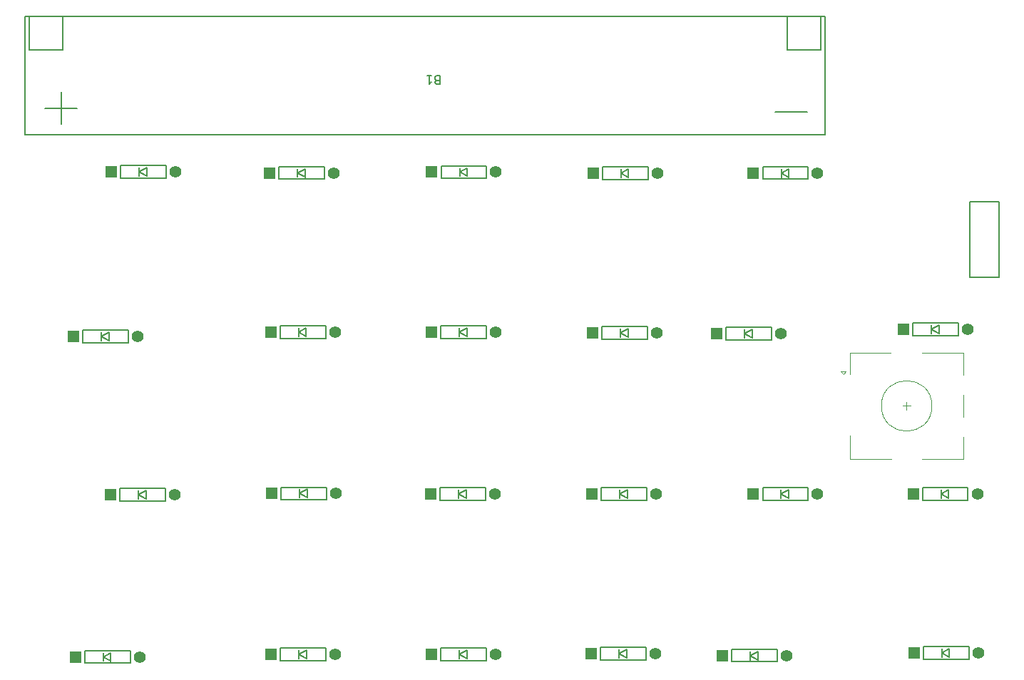
<source format=gbr>
%TF.GenerationSoftware,KiCad,Pcbnew,8.0.7*%
%TF.CreationDate,2025-02-25T22:45:06+09:00*%
%TF.ProjectId,cool642tb_L,636f6f6c-3634-4327-9462-5f4c2e6b6963,rev?*%
%TF.SameCoordinates,Original*%
%TF.FileFunction,Legend,Top*%
%TF.FilePolarity,Positive*%
%FSLAX46Y46*%
G04 Gerber Fmt 4.6, Leading zero omitted, Abs format (unit mm)*
G04 Created by KiCad (PCBNEW 8.0.7) date 2025-02-25 22:45:06*
%MOMM*%
%LPD*%
G01*
G04 APERTURE LIST*
%ADD10C,0.150000*%
%ADD11C,0.120000*%
%ADD12R,1.397000X1.397000*%
%ADD13C,1.397000*%
G04 APERTURE END LIST*
D10*
X39624761Y19521009D02*
X39481904Y19568628D01*
X39481904Y19568628D02*
X39434285Y19616247D01*
X39434285Y19616247D02*
X39386666Y19711485D01*
X39386666Y19711485D02*
X39386666Y19854342D01*
X39386666Y19854342D02*
X39434285Y19949580D01*
X39434285Y19949580D02*
X39481904Y19997200D01*
X39481904Y19997200D02*
X39577142Y20044819D01*
X39577142Y20044819D02*
X39958094Y20044819D01*
X39958094Y20044819D02*
X39958094Y19044819D01*
X39958094Y19044819D02*
X39624761Y19044819D01*
X39624761Y19044819D02*
X39529523Y19092438D01*
X39529523Y19092438D02*
X39481904Y19140057D01*
X39481904Y19140057D02*
X39434285Y19235295D01*
X39434285Y19235295D02*
X39434285Y19330533D01*
X39434285Y19330533D02*
X39481904Y19425771D01*
X39481904Y19425771D02*
X39529523Y19473390D01*
X39529523Y19473390D02*
X39624761Y19521009D01*
X39624761Y19521009D02*
X39958094Y19521009D01*
X38434285Y20044819D02*
X39005713Y20044819D01*
X38719999Y20044819D02*
X38719999Y19044819D01*
X38719999Y19044819D02*
X38815237Y19187676D01*
X38815237Y19187676D02*
X38910475Y19282914D01*
X38910475Y19282914D02*
X39005713Y19330533D01*
X-3069160Y16195533D02*
X-6878684Y16195533D01*
X-4973922Y18100295D02*
X-4973922Y14290771D01*
X83600839Y15765533D02*
X79791316Y15765533D01*
%TO.C,D3*%
X2000000Y-28970000D02*
X2000000Y-30470000D01*
X2000000Y-30470000D02*
X7400000Y-30470000D01*
X4200000Y-29720000D02*
X5100000Y-29220000D01*
X4200000Y-30220000D02*
X4200000Y-29220000D01*
X5100000Y-30220000D02*
X4200000Y-29720000D01*
X5100000Y-30230000D02*
X5100000Y-29230000D01*
X7400000Y-28970000D02*
X2000000Y-28970000D01*
X7400000Y-30470000D02*
X7400000Y-28970000D01*
%TO.C,B1*%
X-4780000Y23090000D02*
X-8780000Y23090000D01*
X-8780000Y27090000D01*
X-4780000Y27090000D01*
X-4780000Y23090000D01*
X85220000Y23090000D02*
X81220000Y23090000D01*
X81220000Y27090000D01*
X85220000Y27090000D01*
X85220000Y23090000D01*
X85720000Y13090000D02*
X-9280000Y13090000D01*
X-9280000Y27090000D01*
X85720000Y27090000D01*
X85720000Y13090000D01*
%TO.C,D13*%
X59280000Y9230000D02*
X59280000Y7730000D01*
X59280000Y7730000D02*
X64680000Y7730000D01*
X61480000Y8480000D02*
X62380000Y8980000D01*
X61480000Y7980000D02*
X61480000Y8980000D01*
X62380000Y7980000D02*
X61480000Y8480000D01*
X62380000Y7970000D02*
X62380000Y8970000D01*
X64680000Y9230000D02*
X59280000Y9230000D01*
X64680000Y7730000D02*
X64680000Y9230000D01*
%TO.C,D10*%
X40110000Y-9670000D02*
X40110000Y-11170000D01*
X40110000Y-11170000D02*
X45510000Y-11170000D01*
X42310000Y-10420000D02*
X43210000Y-9920000D01*
X42310000Y-10920000D02*
X42310000Y-9920000D01*
X43210000Y-10920000D02*
X42310000Y-10420000D01*
X43210000Y-10930000D02*
X43210000Y-9930000D01*
X45510000Y-9670000D02*
X40110000Y-9670000D01*
X45510000Y-11170000D02*
X45510000Y-9670000D01*
%TO.C,D19*%
X78300000Y-28880000D02*
X78300000Y-30380000D01*
X78300000Y-30380000D02*
X83700000Y-30380000D01*
X80500000Y-29630000D02*
X81400000Y-29130000D01*
X80500000Y-30130000D02*
X80500000Y-29130000D01*
X81400000Y-30130000D02*
X80500000Y-29630000D01*
X81400000Y-30140000D02*
X81400000Y-29140000D01*
X83700000Y-28880000D02*
X78300000Y-28880000D01*
X83700000Y-30380000D02*
X83700000Y-28880000D01*
%TO.C,D16*%
X59070000Y-47850000D02*
X59070000Y-49350000D01*
X59070000Y-49350000D02*
X64470000Y-49350000D01*
X61270000Y-48600000D02*
X62170000Y-48100000D01*
X61270000Y-49100000D02*
X61270000Y-48100000D01*
X62170000Y-49100000D02*
X61270000Y-48600000D01*
X62170000Y-49110000D02*
X62170000Y-48110000D01*
X64470000Y-47850000D02*
X59070000Y-47850000D01*
X64470000Y-49350000D02*
X64470000Y-47850000D01*
%TO.C,D7*%
X21100000Y-28820000D02*
X21100000Y-30320000D01*
X21100000Y-30320000D02*
X26500000Y-30320000D01*
X23300000Y-29570000D02*
X24200000Y-29070000D01*
X23300000Y-30070000D02*
X23300000Y-29070000D01*
X24200000Y-30070000D02*
X23300000Y-29570000D01*
X24200000Y-30080000D02*
X24200000Y-29080000D01*
X26500000Y-28820000D02*
X21100000Y-28820000D01*
X26500000Y-30320000D02*
X26500000Y-28820000D01*
%TO.C,D21*%
X96135000Y-9290000D02*
X96135000Y-10790000D01*
X96135000Y-10790000D02*
X101535000Y-10790000D01*
X98335000Y-10040000D02*
X99235000Y-9540000D01*
X98335000Y-10540000D02*
X98335000Y-9540000D01*
X99235000Y-10540000D02*
X98335000Y-10040000D01*
X99235000Y-10550000D02*
X99235000Y-9550000D01*
X101535000Y-9290000D02*
X96135000Y-9290000D01*
X101535000Y-10790000D02*
X101535000Y-9290000D01*
%TO.C,D14*%
X59200000Y-9740000D02*
X59200000Y-11240000D01*
X59200000Y-11240000D02*
X64600000Y-11240000D01*
X61400000Y-10490000D02*
X62300000Y-9990000D01*
X61400000Y-10990000D02*
X61400000Y-9990000D01*
X62300000Y-10990000D02*
X61400000Y-10490000D01*
X62300000Y-11000000D02*
X62300000Y-10000000D01*
X64600000Y-9740000D02*
X59200000Y-9740000D01*
X64600000Y-11240000D02*
X64600000Y-9740000D01*
%TO.C,D18*%
X73965000Y-9800000D02*
X73965000Y-11300000D01*
X73965000Y-11300000D02*
X79365000Y-11300000D01*
X76165000Y-10550000D02*
X77065000Y-10050000D01*
X76165000Y-11050000D02*
X76165000Y-10050000D01*
X77065000Y-11050000D02*
X76165000Y-10550000D01*
X77065000Y-11060000D02*
X77065000Y-10060000D01*
X79365000Y-9800000D02*
X73965000Y-9800000D01*
X79365000Y-11300000D02*
X79365000Y-9800000D01*
%TO.C,D5*%
X20880000Y9270000D02*
X20880000Y7770000D01*
X20880000Y7770000D02*
X26280000Y7770000D01*
X23080000Y8520000D02*
X23980000Y9020000D01*
X23080000Y8020000D02*
X23080000Y9020000D01*
X23980000Y8020000D02*
X23080000Y8520000D01*
X23980000Y8010000D02*
X23980000Y9010000D01*
X26280000Y9270000D02*
X20880000Y9270000D01*
X26280000Y7770000D02*
X26280000Y9270000D01*
%TO.C,D9*%
X40120000Y9360000D02*
X40120000Y7860000D01*
X40120000Y7860000D02*
X45520000Y7860000D01*
X42320000Y8610000D02*
X43220000Y9110000D01*
X42320000Y8110000D02*
X42320000Y9110000D01*
X43220000Y8110000D02*
X42320000Y8610000D01*
X43220000Y8100000D02*
X43220000Y9100000D01*
X45520000Y9360000D02*
X40120000Y9360000D01*
X45520000Y7860000D02*
X45520000Y9360000D01*
%TO.C,D8*%
X21030000Y-47920000D02*
X21030000Y-49420000D01*
X21030000Y-49420000D02*
X26430000Y-49420000D01*
X23230000Y-48670000D02*
X24130000Y-48170000D01*
X23230000Y-49170000D02*
X23230000Y-48170000D01*
X24130000Y-49170000D02*
X23230000Y-48670000D01*
X24130000Y-49180000D02*
X24130000Y-48180000D01*
X26430000Y-47920000D02*
X21030000Y-47920000D01*
X26430000Y-49420000D02*
X26430000Y-47920000D01*
%TO.C,D23*%
X97380000Y-47760000D02*
X97380000Y-49260000D01*
X97380000Y-49260000D02*
X102780000Y-49260000D01*
X99580000Y-48510000D02*
X100480000Y-48010000D01*
X99580000Y-49010000D02*
X99580000Y-48010000D01*
X100480000Y-49010000D02*
X99580000Y-48510000D01*
X100480000Y-49020000D02*
X100480000Y-48020000D01*
X102780000Y-47760000D02*
X97380000Y-47760000D01*
X102780000Y-49260000D02*
X102780000Y-47760000D01*
%TO.C,D11*%
X40010000Y-28900000D02*
X40010000Y-30400000D01*
X40010000Y-30400000D02*
X45410000Y-30400000D01*
X42210000Y-29650000D02*
X43110000Y-29150000D01*
X42210000Y-30150000D02*
X42210000Y-29150000D01*
X43110000Y-30150000D02*
X42210000Y-29650000D01*
X43110000Y-30160000D02*
X43110000Y-29160000D01*
X45410000Y-28900000D02*
X40010000Y-28900000D01*
X45410000Y-30400000D02*
X45410000Y-28900000D01*
D11*
%TO.C,SW21*%
X87600000Y-15060000D02*
X88200000Y-15060000D01*
X87900000Y-15360000D02*
X87600000Y-15060000D01*
X88200000Y-15060000D02*
X87900000Y-15360000D01*
X88700000Y-12860000D02*
X88700000Y-15360000D01*
X88700000Y-25460000D02*
X88700000Y-22660000D01*
X93500000Y-12860000D02*
X88700000Y-12860000D01*
X93600000Y-25460000D02*
X88700000Y-25460000D01*
X94900000Y-19160000D02*
X95900000Y-19160000D01*
X95400000Y-18660000D02*
X95400000Y-19660000D01*
X97200000Y-12860000D02*
X102100000Y-12860000D01*
X102100000Y-12860000D02*
X102100000Y-15460000D01*
X102100000Y-17860000D02*
X102100000Y-20460000D01*
X102100000Y-22860000D02*
X102100000Y-25460000D01*
X102100000Y-25460000D02*
X97200000Y-25460000D01*
X98400000Y-19160000D02*
G75*
G02*
X92400000Y-19160000I-3000000J0D01*
G01*
X92400000Y-19160000D02*
G75*
G02*
X98400000Y-19160000I3000000J0D01*
G01*
D10*
%TO.C,D6*%
X21000000Y-9670000D02*
X21000000Y-11170000D01*
X21000000Y-11170000D02*
X26400000Y-11170000D01*
X23200000Y-10420000D02*
X24100000Y-9920000D01*
X23200000Y-10920000D02*
X23200000Y-9920000D01*
X24100000Y-10920000D02*
X23200000Y-10420000D01*
X24100000Y-10930000D02*
X24100000Y-9930000D01*
X26400000Y-9670000D02*
X21000000Y-9670000D01*
X26400000Y-11170000D02*
X26400000Y-9670000D01*
%TO.C,SW24*%
X102890000Y5104000D02*
X106390000Y5104000D01*
X102890000Y-3896000D02*
X102890000Y5104000D01*
X106390000Y5104000D02*
X106390000Y-3896000D01*
X106390000Y-3896000D02*
X102890000Y-3896000D01*
%TO.C,D15*%
X59150000Y-28870000D02*
X59150000Y-30370000D01*
X59150000Y-30370000D02*
X64550000Y-30370000D01*
X61350000Y-29620000D02*
X62250000Y-29120000D01*
X61350000Y-30120000D02*
X61350000Y-29120000D01*
X62250000Y-30120000D02*
X61350000Y-29620000D01*
X62250000Y-30130000D02*
X62250000Y-29130000D01*
X64550000Y-28870000D02*
X59150000Y-28870000D01*
X64550000Y-30370000D02*
X64550000Y-28870000D01*
%TO.C,D2*%
X-2390000Y-10170000D02*
X-2390000Y-11670000D01*
X-2390000Y-11670000D02*
X3010000Y-11670000D01*
X-190000Y-10920000D02*
X710000Y-10420000D01*
X-190000Y-11420000D02*
X-190000Y-10420000D01*
X710000Y-11420000D02*
X-190000Y-10920000D01*
X710000Y-11430000D02*
X710000Y-10430000D01*
X3010000Y-10170000D02*
X-2390000Y-10170000D01*
X3010000Y-11670000D02*
X3010000Y-10170000D01*
%TO.C,D12*%
X40100000Y-47940000D02*
X40100000Y-49440000D01*
X40100000Y-49440000D02*
X45500000Y-49440000D01*
X42300000Y-48690000D02*
X43200000Y-48190000D01*
X42300000Y-49190000D02*
X42300000Y-48190000D01*
X43200000Y-49190000D02*
X42300000Y-48690000D01*
X43200000Y-49200000D02*
X43200000Y-48200000D01*
X45500000Y-47940000D02*
X40100000Y-47940000D01*
X45500000Y-49440000D02*
X45500000Y-47940000D01*
%TO.C,D4*%
X-2190000Y-48220000D02*
X-2190000Y-49720000D01*
X-2190000Y-49720000D02*
X3210000Y-49720000D01*
X10000Y-48970000D02*
X910000Y-48470000D01*
X10000Y-49470000D02*
X10000Y-48470000D01*
X910000Y-49470000D02*
X10000Y-48970000D01*
X910000Y-49480000D02*
X910000Y-48480000D01*
X3210000Y-48220000D02*
X-2190000Y-48220000D01*
X3210000Y-49720000D02*
X3210000Y-48220000D01*
%TO.C,D1*%
X2070000Y9400000D02*
X2070000Y7900000D01*
X2070000Y7900000D02*
X7470000Y7900000D01*
X4270000Y8650000D02*
X5170000Y9150000D01*
X4270000Y8150000D02*
X4270000Y9150000D01*
X5170000Y8150000D02*
X4270000Y8650000D01*
X5170000Y8140000D02*
X5170000Y9140000D01*
X7470000Y9400000D02*
X2070000Y9400000D01*
X7470000Y7900000D02*
X7470000Y9400000D01*
%TO.C,D17*%
X78305000Y9260000D02*
X78305000Y7760000D01*
X78305000Y7760000D02*
X83705000Y7760000D01*
X80505000Y8510000D02*
X81405000Y9010000D01*
X80505000Y8010000D02*
X80505000Y9010000D01*
X81405000Y8010000D02*
X80505000Y8510000D01*
X81405000Y8000000D02*
X81405000Y9000000D01*
X83705000Y9260000D02*
X78305000Y9260000D01*
X83705000Y7760000D02*
X83705000Y9260000D01*
%TO.C,D22*%
X97280000Y-28850000D02*
X97280000Y-30350000D01*
X97280000Y-30350000D02*
X102680000Y-30350000D01*
X99480000Y-29600000D02*
X100380000Y-29100000D01*
X99480000Y-30100000D02*
X99480000Y-29100000D01*
X100380000Y-30100000D02*
X99480000Y-29600000D01*
X100380000Y-30110000D02*
X100380000Y-29110000D01*
X102680000Y-28850000D02*
X97280000Y-28850000D01*
X102680000Y-30350000D02*
X102680000Y-28850000D01*
%TO.C,D20*%
X74650000Y-48060000D02*
X74650000Y-49560000D01*
X74650000Y-49560000D02*
X80050000Y-49560000D01*
X76850000Y-48810000D02*
X77750000Y-48310000D01*
X76850000Y-49310000D02*
X76850000Y-48310000D01*
X77750000Y-49310000D02*
X76850000Y-48810000D01*
X77750000Y-49320000D02*
X77750000Y-48320000D01*
X80050000Y-48060000D02*
X74650000Y-48060000D01*
X80050000Y-49560000D02*
X80050000Y-48060000D01*
%TD*%
D12*
%TO.C,D3*%
X890000Y-29720000D03*
D13*
X8510000Y-29720000D03*
%TD*%
D12*
%TO.C,D13*%
X58170000Y8480000D03*
D13*
X65790000Y8480000D03*
%TD*%
D12*
%TO.C,D10*%
X39000000Y-10420000D03*
D13*
X46620000Y-10420000D03*
%TD*%
D12*
%TO.C,D19*%
X77190000Y-29630000D03*
D13*
X84810000Y-29630000D03*
%TD*%
D12*
%TO.C,D16*%
X57960000Y-48600000D03*
D13*
X65580000Y-48600000D03*
%TD*%
D12*
%TO.C,D7*%
X19990000Y-29570000D03*
D13*
X27610000Y-29570000D03*
%TD*%
D12*
%TO.C,D21*%
X95025000Y-10040000D03*
D13*
X102645000Y-10040000D03*
%TD*%
D12*
%TO.C,D14*%
X58090000Y-10490000D03*
D13*
X65710000Y-10490000D03*
%TD*%
D12*
%TO.C,D18*%
X72855000Y-10550000D03*
D13*
X80475000Y-10550000D03*
%TD*%
D12*
%TO.C,D5*%
X19770000Y8520000D03*
D13*
X27390000Y8520000D03*
%TD*%
D12*
%TO.C,D9*%
X39010000Y8610000D03*
D13*
X46630000Y8610000D03*
%TD*%
D12*
%TO.C,D8*%
X19920000Y-48670000D03*
D13*
X27540000Y-48670000D03*
%TD*%
D12*
%TO.C,D23*%
X96270000Y-48510000D03*
D13*
X103890000Y-48510000D03*
%TD*%
D12*
%TO.C,D11*%
X38900000Y-29650000D03*
D13*
X46520000Y-29650000D03*
%TD*%
D12*
%TO.C,D6*%
X19890000Y-10420000D03*
D13*
X27510000Y-10420000D03*
%TD*%
D12*
%TO.C,D15*%
X58040000Y-29620000D03*
D13*
X65660000Y-29620000D03*
%TD*%
D12*
%TO.C,D2*%
X-3500000Y-10920000D03*
D13*
X4120000Y-10920000D03*
%TD*%
D12*
%TO.C,D12*%
X38990000Y-48690000D03*
D13*
X46610000Y-48690000D03*
%TD*%
D12*
%TO.C,D4*%
X-3300000Y-48970000D03*
D13*
X4320000Y-48970000D03*
%TD*%
D12*
%TO.C,D1*%
X960000Y8650000D03*
D13*
X8580000Y8650000D03*
%TD*%
D12*
%TO.C,D17*%
X77195000Y8510000D03*
D13*
X84815000Y8510000D03*
%TD*%
D12*
%TO.C,D22*%
X96170000Y-29600000D03*
D13*
X103790000Y-29600000D03*
%TD*%
D12*
%TO.C,D20*%
X73540000Y-48810000D03*
D13*
X81160000Y-48810000D03*
%TD*%
M02*

</source>
